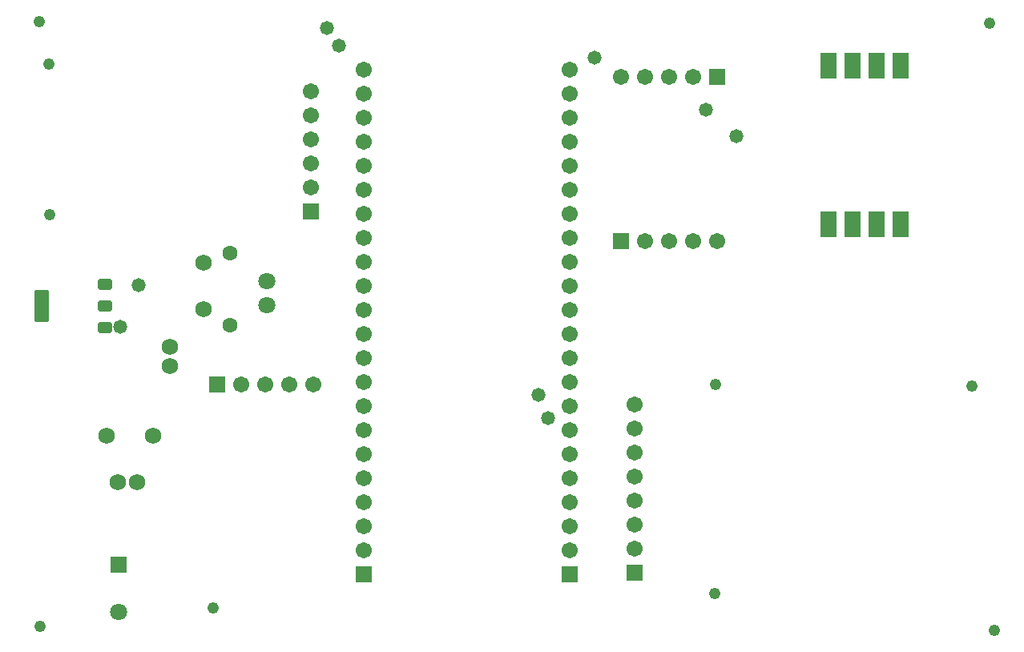
<source format=gbr>
G04*
G04 #@! TF.GenerationSoftware,Altium Limited,Altium Designer,22.4.2 (48)*
G04*
G04 Layer_Color=8388736*
%FSLAX25Y25*%
%MOIN*%
G70*
G04*
G04 #@! TF.SameCoordinates,35F994A0-CBEB-4DCB-B987-FA79AE394E82*
G04*
G04*
G04 #@! TF.FilePolarity,Negative*
G04*
G01*
G75*
%ADD18R,0.06784X0.10800*%
G04:AMPARAMS|DCode=19|XSize=44.61mil|YSize=59.58mil|CornerRadius=6.75mil|HoleSize=0mil|Usage=FLASHONLY|Rotation=90.000|XOffset=0mil|YOffset=0mil|HoleType=Round|Shape=RoundedRectangle|*
%AMROUNDEDRECTD19*
21,1,0.04461,0.04608,0,0,90.0*
21,1,0.03112,0.05958,0,0,90.0*
1,1,0.01349,0.02304,0.01556*
1,1,0.01349,0.02304,-0.01556*
1,1,0.01349,-0.02304,-0.01556*
1,1,0.01349,-0.02304,0.01556*
%
%ADD19ROUNDEDRECTD19*%
G04:AMPARAMS|DCode=20|XSize=135.56mil|YSize=59.58mil|CornerRadius=7.87mil|HoleSize=0mil|Usage=FLASHONLY|Rotation=90.000|XOffset=0mil|YOffset=0mil|HoleType=Round|Shape=RoundedRectangle|*
%AMROUNDEDRECTD20*
21,1,0.13556,0.04384,0,0,90.0*
21,1,0.11982,0.05958,0,0,90.0*
1,1,0.01574,0.02192,0.05991*
1,1,0.01574,0.02192,-0.05991*
1,1,0.01574,-0.02192,-0.05991*
1,1,0.01574,-0.02192,0.05991*
%
%ADD20ROUNDEDRECTD20*%
%ADD21C,0.04800*%
%ADD22R,0.06706X0.06706*%
%ADD23C,0.06706*%
%ADD24R,0.06706X0.06706*%
%ADD25C,0.07099*%
%ADD26R,0.07099X0.07099*%
%ADD27C,0.06800*%
%ADD28C,0.06312*%
%ADD29C,0.05800*%
D18*
X641240Y343386D02*
D03*
X631240D02*
D03*
X621240D02*
D03*
X611240D02*
D03*
Y277402D02*
D03*
X621240D02*
D03*
X631240D02*
D03*
X641240D02*
D03*
D19*
X310020Y234291D02*
D03*
Y243307D02*
D03*
Y252323D02*
D03*
D20*
X283681Y243307D02*
D03*
D21*
X282677Y361811D02*
D03*
X679921Y108268D02*
D03*
X670866Y210236D02*
D03*
X563779Y123622D02*
D03*
X564173Y210630D02*
D03*
X677953Y361024D02*
D03*
X283071Y110236D02*
D03*
X287008Y281496D02*
D03*
X286614Y344094D02*
D03*
X355118Y117618D02*
D03*
D22*
X503543Y131890D02*
D03*
X530315Y132441D02*
D03*
X417717Y131890D02*
D03*
X395768Y282697D02*
D03*
D23*
X503543Y141890D02*
D03*
Y151890D02*
D03*
Y161890D02*
D03*
Y171890D02*
D03*
Y181890D02*
D03*
Y191890D02*
D03*
Y201890D02*
D03*
Y211890D02*
D03*
Y221890D02*
D03*
Y231890D02*
D03*
Y241890D02*
D03*
Y251890D02*
D03*
Y261890D02*
D03*
Y271890D02*
D03*
Y281890D02*
D03*
Y291890D02*
D03*
Y301890D02*
D03*
Y311890D02*
D03*
Y321890D02*
D03*
Y331890D02*
D03*
Y341890D02*
D03*
X554882Y338583D02*
D03*
X544882D02*
D03*
X534882D02*
D03*
X524882D02*
D03*
X534882Y270472D02*
D03*
X544882D02*
D03*
X554882D02*
D03*
X564882D02*
D03*
X530315Y202441D02*
D03*
Y192441D02*
D03*
Y182441D02*
D03*
Y172441D02*
D03*
Y162441D02*
D03*
Y152441D02*
D03*
Y142441D02*
D03*
X396614Y210630D02*
D03*
X386614D02*
D03*
X376614D02*
D03*
X366614D02*
D03*
X417717Y341890D02*
D03*
Y331890D02*
D03*
Y321890D02*
D03*
Y311890D02*
D03*
Y301890D02*
D03*
Y291890D02*
D03*
Y281890D02*
D03*
Y271890D02*
D03*
Y261890D02*
D03*
Y251890D02*
D03*
Y241890D02*
D03*
Y231890D02*
D03*
Y221890D02*
D03*
Y211890D02*
D03*
Y201890D02*
D03*
Y191890D02*
D03*
Y181890D02*
D03*
Y171890D02*
D03*
Y161890D02*
D03*
Y151890D02*
D03*
Y141890D02*
D03*
X395768Y292697D02*
D03*
Y302697D02*
D03*
Y312697D02*
D03*
Y322697D02*
D03*
Y332697D02*
D03*
D24*
X564882Y338583D02*
D03*
X524882Y270472D02*
D03*
X356614Y210630D02*
D03*
D25*
X315774Y116059D02*
D03*
X377559Y253819D02*
D03*
Y243819D02*
D03*
D26*
X315774Y135744D02*
D03*
D27*
X337008Y226378D02*
D03*
Y218504D02*
D03*
X315381Y169996D02*
D03*
X323255D02*
D03*
X310656Y189287D02*
D03*
X329947D02*
D03*
X351181Y242126D02*
D03*
Y261417D02*
D03*
D28*
X362205Y235394D02*
D03*
Y265394D02*
D03*
D29*
X513779Y346850D02*
D03*
X572835Y314173D02*
D03*
X560236Y325197D02*
D03*
X407362Y351575D02*
D03*
X402362Y359055D02*
D03*
X324016Y251969D02*
D03*
X494488Y196850D02*
D03*
X490551Y206299D02*
D03*
X316535Y234646D02*
D03*
M02*

</source>
